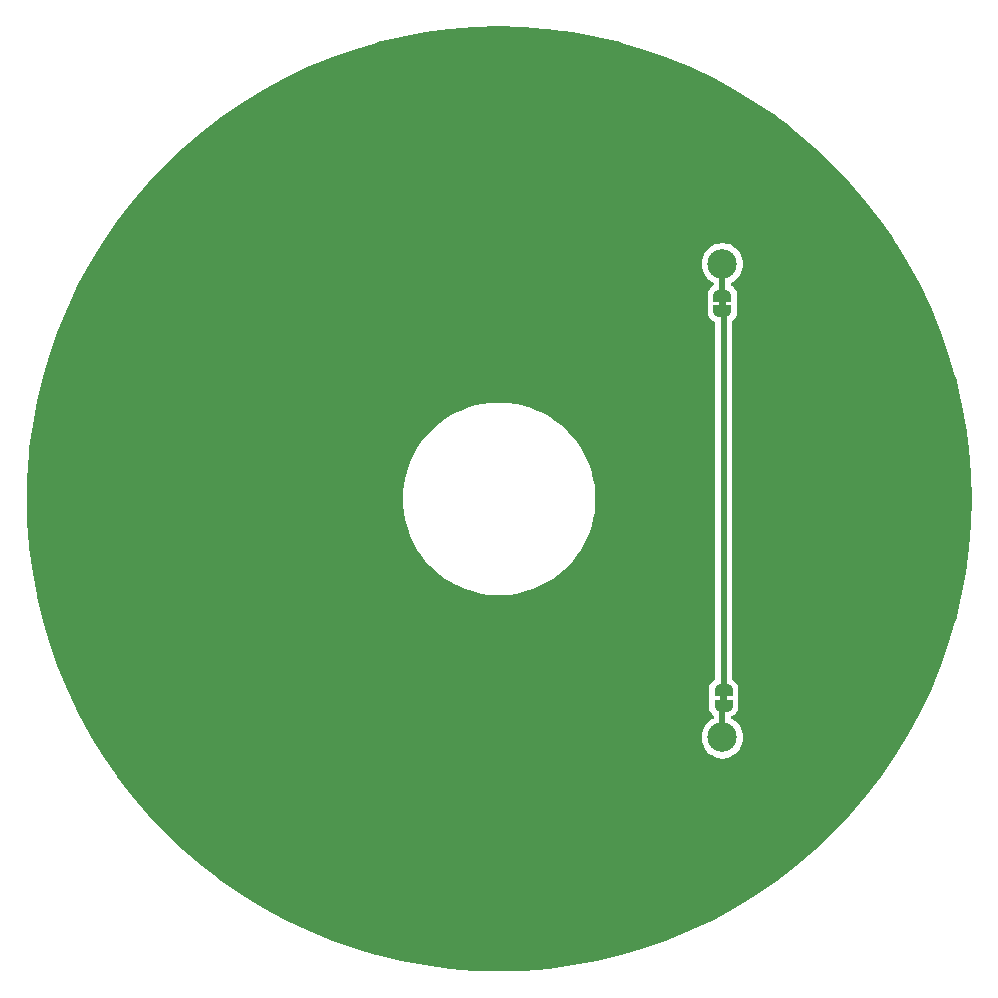
<source format=gbr>
%TF.GenerationSoftware,KiCad,Pcbnew,7.0.5.1-1-g8f565ef7f0-dirty-deb11*%
%TF.CreationDate,2023-07-01T18:37:16+00:00*%
%TF.ProjectId,USTTHUNDERMILLPCB03,55535454-4855-44e4-9445-524d494c4c50,rev?*%
%TF.SameCoordinates,Original*%
%TF.FileFunction,Copper,L2,Bot*%
%TF.FilePolarity,Positive*%
%FSLAX46Y46*%
G04 Gerber Fmt 4.6, Leading zero omitted, Abs format (unit mm)*
G04 Created by KiCad (PCBNEW 7.0.5.1-1-g8f565ef7f0-dirty-deb11) date 2023-07-01 18:37:16*
%MOMM*%
%LPD*%
G01*
G04 APERTURE LIST*
G04 Aperture macros list*
%AMFreePoly0*
4,1,19,0.500000,-0.750000,0.000000,-0.750000,0.000000,-0.744911,-0.071157,-0.744911,-0.207708,-0.704816,-0.327430,-0.627875,-0.420627,-0.520320,-0.479746,-0.390866,-0.500000,-0.250000,-0.500000,0.250000,-0.479746,0.390866,-0.420627,0.520320,-0.327430,0.627875,-0.207708,0.704816,-0.071157,0.744911,0.000000,0.744911,0.000000,0.750000,0.500000,0.750000,0.500000,-0.750000,0.500000,-0.750000,
$1*%
%AMFreePoly1*
4,1,19,0.000000,0.744911,0.071157,0.744911,0.207708,0.704816,0.327430,0.627875,0.420627,0.520320,0.479746,0.390866,0.500000,0.250000,0.500000,-0.250000,0.479746,-0.390866,0.420627,-0.520320,0.327430,-0.627875,0.207708,-0.704816,0.071157,-0.744911,0.000000,-0.744911,0.000000,-0.750000,-0.500000,-0.750000,-0.500000,0.750000,0.000000,0.750000,0.000000,0.744911,0.000000,0.744911,
$1*%
G04 Aperture macros list end*
%TA.AperFunction,ComponentPad*%
%ADD10C,3.000000*%
%TD*%
%TA.AperFunction,SMDPad,CuDef*%
%ADD11FreePoly0,270.000000*%
%TD*%
%TA.AperFunction,SMDPad,CuDef*%
%ADD12FreePoly1,270.000000*%
%TD*%
%TA.AperFunction,SMDPad,CuDef*%
%ADD13C,2.500000*%
%TD*%
%TA.AperFunction,SMDPad,CuDef*%
%ADD14FreePoly0,90.000000*%
%TD*%
%TA.AperFunction,SMDPad,CuDef*%
%ADD15FreePoly1,90.000000*%
%TD*%
%TA.AperFunction,ViaPad*%
%ADD16C,0.800000*%
%TD*%
%TA.AperFunction,Conductor*%
%ADD17C,0.500000*%
%TD*%
G04 APERTURE END LIST*
%TA.AperFunction,EtchedComponent*%
%TO.C,JP1*%
G36*
X19200000Y16300000D02*
G01*
X18600000Y16300000D01*
X18600000Y16800000D01*
X19200000Y16800000D01*
X19200000Y16300000D01*
G37*
%TD.AperFunction*%
%TA.AperFunction,EtchedComponent*%
%TO.C,JP2*%
G36*
X19300000Y-17100000D02*
G01*
X18700000Y-17100000D01*
X18700000Y-16600000D01*
X19300000Y-16600000D01*
X19300000Y-17100000D01*
G37*
%TD.AperFunction*%
%TD*%
D10*
%TO.P,M2,1*%
%TO.N,GND*%
X-5500000Y9526279D03*
%TD*%
%TO.P,M3,1*%
%TO.N,GND*%
X-5500000Y-9526279D03*
%TD*%
%TO.P,M1,1*%
%TO.N,GND*%
X11000000Y0D03*
%TD*%
D11*
%TO.P,JP1,1,A*%
%TO.N,STATOR_A*%
X18900000Y17200000D03*
D12*
%TO.P,JP1,2,B*%
%TO.N,Net-(JP1-B)*%
X18900000Y15900000D03*
%TD*%
D13*
%TO.P,J1,1*%
%TO.N,STATOR_A*%
X18900000Y19900000D03*
%TD*%
D14*
%TO.P,JP2,1,A*%
%TO.N,STATOR_B*%
X19000000Y-17500000D03*
D15*
%TO.P,JP2,2,B*%
%TO.N,Net-(JP1-B)*%
X19000000Y-16200000D03*
%TD*%
D13*
%TO.P,J2,1*%
%TO.N,STATOR_B*%
X18900000Y-20200000D03*
%TD*%
D16*
%TO.N,STATOR_A*%
X18900000Y19100000D03*
%TO.N,STATOR_B*%
X18900000Y-19300000D03*
%TO.N,GND*%
X37051635Y-409465D03*
X-34957193Y-12287634D03*
X-32292389Y-18171210D03*
X-37051635Y409465D03*
X-34677103Y13057177D03*
X-28646398Y-23502663D03*
X-36559840Y-6030705D03*
X-36417634Y6837193D03*
X28646398Y23502663D03*
X31882925Y-18880424D03*
X34957193Y12287634D03*
X-31882925Y18880424D03*
X28120000Y-24130000D03*
X36417634Y-6837193D03*
X-28120000Y24130000D03*
X36559840Y6030705D03*
X34677103Y-13057177D03*
X32292389Y18171210D03*
%TD*%
D17*
%TO.N,STATOR_A*%
X18900000Y17200000D02*
X18900000Y19100000D01*
X18900000Y19100000D02*
X18900000Y19900000D01*
%TO.N,STATOR_B*%
X18900000Y-20200000D02*
X18900000Y-17600000D01*
X18900000Y-17600000D02*
X19000000Y-17500000D01*
%TO.N,Net-(JP1-B)*%
X19000000Y15800000D02*
X18900000Y15900000D01*
X19000000Y-16200000D02*
X19000000Y15800000D01*
%TD*%
%TA.AperFunction,Conductor*%
%TO.N,GND*%
G36*
X1962942Y39948113D02*
G01*
X2092099Y39944731D01*
X2094676Y39944597D01*
X3760226Y39813521D01*
X4179784Y39780502D01*
X4182363Y39780231D01*
X4537171Y39733510D01*
X6256062Y39507165D01*
X6258553Y39506770D01*
X8315106Y39125641D01*
X8317620Y39125107D01*
X10351412Y38636817D01*
X10353896Y38636152D01*
X12359352Y38042175D01*
X12361743Y38041398D01*
X14333317Y37343158D01*
X14335674Y37342254D01*
X16268136Y36541822D01*
X16270443Y36540794D01*
X16270462Y36540785D01*
X18158209Y35640406D01*
X18160489Y35639245D01*
X19998612Y34641184D01*
X20000831Y34639903D01*
X21784242Y33547046D01*
X21786374Y33545661D01*
X23484749Y32378410D01*
X23510041Y32361027D01*
X23512129Y32359510D01*
X24251974Y31791779D01*
X25171463Y31086195D01*
X25173470Y31084570D01*
X26763897Y29726253D01*
X26765794Y29724544D01*
X28283014Y28284831D01*
X28284849Y28282996D01*
X29724541Y26765799D01*
X29726252Y26763900D01*
X31084558Y25173486D01*
X31084562Y25173481D01*
X31086192Y25171468D01*
X32359510Y23512132D01*
X32361034Y23510033D01*
X33219725Y22260617D01*
X33545639Y21786404D01*
X33545644Y21786398D01*
X33547047Y21784238D01*
X33770109Y21420228D01*
X34639887Y20000854D01*
X34641182Y19998611D01*
X35639238Y18160515D01*
X35640415Y18158204D01*
X36540791Y16270455D01*
X36541830Y16268121D01*
X37342232Y14335730D01*
X37343160Y14333312D01*
X38041387Y12361769D01*
X38042189Y12359301D01*
X38636152Y10353902D01*
X38636822Y10351400D01*
X39125105Y8317637D01*
X39125644Y8315101D01*
X39357717Y7062848D01*
X39476501Y6421894D01*
X39506765Y6258594D01*
X39507171Y6256036D01*
X39780232Y4182366D01*
X39780503Y4179787D01*
X39944604Y2094690D01*
X39944739Y2092101D01*
X39999466Y1297D01*
X39999466Y-1294D01*
X39944724Y-2092109D01*
X39944589Y-2094697D01*
X39780503Y-4179792D01*
X39780232Y-4182371D01*
X39507166Y-6256018D01*
X39506760Y-6258576D01*
X39125640Y-8315119D01*
X39125101Y-8317655D01*
X38636813Y-10351410D01*
X38636143Y-10353912D01*
X38042191Y-12359301D01*
X38041389Y-12361769D01*
X37343158Y-14333326D01*
X37342230Y-14335745D01*
X36541837Y-16268091D01*
X36540783Y-16270459D01*
X35640403Y-18158216D01*
X35639226Y-18160527D01*
X34641182Y-19998617D01*
X34639887Y-20000860D01*
X33547056Y-21784227D01*
X33545644Y-21786401D01*
X32361034Y-23510035D01*
X32359510Y-23512134D01*
X31086192Y-25171470D01*
X31084562Y-25173483D01*
X30138096Y-26281682D01*
X29726291Y-26763859D01*
X29726266Y-26763888D01*
X29724532Y-26765813D01*
X28284840Y-28283013D01*
X28283005Y-28284848D01*
X26765784Y-29724559D01*
X26763859Y-29726293D01*
X25173475Y-31084569D01*
X25171463Y-31086199D01*
X23512130Y-32359508D01*
X23510033Y-32361032D01*
X21786385Y-33545657D01*
X21784211Y-33547069D01*
X20000836Y-34639905D01*
X19998593Y-34641200D01*
X18160512Y-35639238D01*
X18158201Y-35640415D01*
X16270476Y-36540788D01*
X16268108Y-36541843D01*
X14335689Y-37342247D01*
X14333271Y-37343175D01*
X12789183Y-37890022D01*
X12361760Y-38041396D01*
X12359303Y-38042194D01*
X10353899Y-38636159D01*
X10351397Y-38636829D01*
X8317626Y-39125106D01*
X8315090Y-39125645D01*
X6258584Y-39506773D01*
X6256025Y-39507179D01*
X4182363Y-39780232D01*
X4179784Y-39780503D01*
X2094687Y-39944604D01*
X2092098Y-39944739D01*
X1295Y-39999466D01*
X-1296Y-39999466D01*
X-2092108Y-39944724D01*
X-2094696Y-39944589D01*
X-4179791Y-39780503D01*
X-4182370Y-39780232D01*
X-6256021Y-39507166D01*
X-6258578Y-39506760D01*
X-8315122Y-39125640D01*
X-8317658Y-39125101D01*
X-10351413Y-38636813D01*
X-10353915Y-38636143D01*
X-10448743Y-38608057D01*
X-12359335Y-38042181D01*
X-12361778Y-38041387D01*
X-14333318Y-37343160D01*
X-14335710Y-37342242D01*
X-16268095Y-36541836D01*
X-16270461Y-36540783D01*
X-18158219Y-35640403D01*
X-18160520Y-35639231D01*
X-19998615Y-34641183D01*
X-20000852Y-34639892D01*
X-21783869Y-33547277D01*
X-21784244Y-33547047D01*
X-21786394Y-33545650D01*
X-22260861Y-33219562D01*
X-23510038Y-32361034D01*
X-23512137Y-32359510D01*
X-23512140Y-32359508D01*
X-23806622Y-32133532D01*
X-25171473Y-31086192D01*
X-25173486Y-31084562D01*
X-26763917Y-29726242D01*
X-26765805Y-29724541D01*
X-28283002Y-28284849D01*
X-28284837Y-28283014D01*
X-29724560Y-26765784D01*
X-29726269Y-26763887D01*
X-31084575Y-25173470D01*
X-31086200Y-25171463D01*
X-32359509Y-23512139D01*
X-32359513Y-23512134D01*
X-32359516Y-23512129D01*
X-32361033Y-23510041D01*
X-32377915Y-23485478D01*
X-33545672Y-21786366D01*
X-33547057Y-21784234D01*
X-34517861Y-20200002D01*
X17144592Y-20200002D01*
X17164197Y-20461625D01*
X17164198Y-20461631D01*
X17222580Y-20717419D01*
X17318429Y-20961636D01*
X17318438Y-20961655D01*
X17449610Y-21188851D01*
X17449620Y-21188865D01*
X17613185Y-21393970D01*
X17613196Y-21393982D01*
X17805514Y-21572427D01*
X17805516Y-21572428D01*
X17805521Y-21572433D01*
X18022296Y-21720228D01*
X18258677Y-21834063D01*
X18503542Y-21909593D01*
X18509088Y-21911674D01*
X18620197Y-21961144D01*
X18805354Y-22000500D01*
X18805357Y-22000500D01*
X18994643Y-22000500D01*
X18994646Y-22000500D01*
X19179803Y-21961144D01*
X19290929Y-21911665D01*
X19296442Y-21909597D01*
X19541323Y-21834063D01*
X19777704Y-21720228D01*
X19994479Y-21572433D01*
X20186805Y-21393981D01*
X20350386Y-21188857D01*
X20481568Y-20961643D01*
X20577420Y-20717416D01*
X20635802Y-20461630D01*
X20655408Y-20200000D01*
X20635802Y-19938370D01*
X20577420Y-19682584D01*
X20577419Y-19682583D01*
X20577419Y-19682580D01*
X20481570Y-19438363D01*
X20481568Y-19438357D01*
X20481563Y-19438348D01*
X20481561Y-19438344D01*
X20350389Y-19211148D01*
X20350388Y-19211147D01*
X20350386Y-19211143D01*
X20350379Y-19211134D01*
X20186814Y-19006029D01*
X20186803Y-19006017D01*
X19994485Y-18827572D01*
X19994482Y-18827570D01*
X19994479Y-18827567D01*
X19777704Y-18679772D01*
X19750355Y-18666601D01*
X19706544Y-18645502D01*
X19662320Y-18603218D01*
X19650500Y-18556307D01*
X19650500Y-18486274D01*
X19669407Y-18428083D01*
X19708372Y-18396221D01*
X19733155Y-18384904D01*
X19854226Y-18307097D01*
X19962887Y-18212943D01*
X19962890Y-18212940D01*
X20057139Y-18104170D01*
X20134871Y-17983216D01*
X20194658Y-17852300D01*
X20235165Y-17714345D01*
X20245405Y-17643117D01*
X20255647Y-17571894D01*
X20255647Y-17000001D01*
X20255647Y-17000000D01*
X20250500Y-16928039D01*
X20238013Y-16885512D01*
X20235010Y-16843529D01*
X20235163Y-16842459D01*
X20235165Y-16842457D01*
X20247441Y-16757068D01*
X20255647Y-16700004D01*
X20255647Y-16128105D01*
X20243357Y-16042637D01*
X20235165Y-15985655D01*
X20194658Y-15847700D01*
X20134871Y-15716784D01*
X20134865Y-15716774D01*
X20057144Y-15595837D01*
X20057141Y-15595833D01*
X20057140Y-15595832D01*
X20057139Y-15595830D01*
X20057136Y-15595826D01*
X19994354Y-15523372D01*
X19962891Y-15487061D01*
X19962881Y-15487051D01*
X19854237Y-15392912D01*
X19854233Y-15392909D01*
X19854226Y-15392903D01*
X19795975Y-15355467D01*
X19757245Y-15308101D01*
X19750500Y-15272184D01*
X19750500Y15044462D01*
X19769407Y15102653D01*
X19784669Y15119282D01*
X19862887Y15187057D01*
X19862890Y15187060D01*
X19957139Y15295830D01*
X20034871Y15416784D01*
X20094658Y15547700D01*
X20135165Y15685655D01*
X20145405Y15756884D01*
X20155647Y15828106D01*
X20155647Y16399999D01*
X20155647Y16400000D01*
X20150500Y16471961D01*
X20138013Y16514488D01*
X20135010Y16556471D01*
X20135163Y16557541D01*
X20135165Y16557543D01*
X20147441Y16642932D01*
X20155647Y16699996D01*
X20155647Y17271895D01*
X20143357Y17357363D01*
X20135165Y17414345D01*
X20094658Y17552300D01*
X20034871Y17683216D01*
X20034865Y17683226D01*
X19957144Y17804163D01*
X19957141Y17804167D01*
X19957140Y17804168D01*
X19957139Y17804170D01*
X19957136Y17804174D01*
X19894354Y17876628D01*
X19862891Y17912939D01*
X19862881Y17912949D01*
X19754237Y18007088D01*
X19754233Y18007091D01*
X19754226Y18007097D01*
X19695975Y18044533D01*
X19657245Y18091899D01*
X19650500Y18127816D01*
X19650500Y18256309D01*
X19669407Y18314500D01*
X19706543Y18345503D01*
X19777704Y18379772D01*
X19994479Y18527567D01*
X20186805Y18706019D01*
X20350386Y18911143D01*
X20481568Y19138357D01*
X20577420Y19382584D01*
X20635802Y19638370D01*
X20655408Y19900000D01*
X20647900Y20000183D01*
X20635802Y20161626D01*
X20635802Y20161630D01*
X20577420Y20417416D01*
X20577419Y20417417D01*
X20577419Y20417420D01*
X20481570Y20661637D01*
X20481568Y20661643D01*
X20481563Y20661652D01*
X20481561Y20661656D01*
X20350389Y20888852D01*
X20350388Y20888853D01*
X20350386Y20888857D01*
X20350379Y20888866D01*
X20186814Y21093971D01*
X20186803Y21093983D01*
X19994485Y21272428D01*
X19994482Y21272430D01*
X19994479Y21272433D01*
X19777704Y21420228D01*
X19777696Y21420232D01*
X19541325Y21534063D01*
X19290619Y21611395D01*
X19290616Y21611396D01*
X19290615Y21611396D01*
X19290610Y21611397D01*
X19290609Y21611397D01*
X19031185Y21650500D01*
X19031182Y21650500D01*
X18768818Y21650500D01*
X18768814Y21650500D01*
X18509390Y21611397D01*
X18509380Y21611395D01*
X18258674Y21534063D01*
X18022303Y21420232D01*
X18022299Y21420230D01*
X18022296Y21420228D01*
X17805521Y21272433D01*
X17805514Y21272428D01*
X17613196Y21093983D01*
X17613185Y21093971D01*
X17449620Y20888866D01*
X17449610Y20888852D01*
X17318438Y20661656D01*
X17318429Y20661637D01*
X17222580Y20417420D01*
X17164198Y20161632D01*
X17164197Y20161626D01*
X17144592Y19900003D01*
X17144592Y19899998D01*
X17164197Y19638375D01*
X17164198Y19638369D01*
X17222580Y19382581D01*
X17318429Y19138364D01*
X17318438Y19138345D01*
X17449610Y18911149D01*
X17449620Y18911135D01*
X17613185Y18706030D01*
X17613196Y18706018D01*
X17805514Y18527573D01*
X17805516Y18527572D01*
X17805521Y18527567D01*
X18022296Y18379772D01*
X18093455Y18345504D01*
X18137678Y18303223D01*
X18149500Y18256309D01*
X18149500Y18127816D01*
X18130593Y18069625D01*
X18104024Y18044533D01*
X18045774Y18007097D01*
X18045772Y18007096D01*
X18045773Y18007096D01*
X18045770Y18007095D01*
X17937117Y17912947D01*
X17937104Y17912934D01*
X17937093Y17912922D01*
X17842864Y17804175D01*
X17842855Y17804163D01*
X17765134Y17683226D01*
X17765130Y17683219D01*
X17705340Y17552295D01*
X17664835Y17414347D01*
X17664834Y17414341D01*
X17644353Y17271895D01*
X17644353Y16700002D01*
X17649500Y16628040D01*
X17649502Y16628031D01*
X17661986Y16585511D01*
X17664988Y16543532D01*
X17644353Y16400006D01*
X17644353Y15828106D01*
X17664834Y15685660D01*
X17664835Y15685655D01*
X17705342Y15547700D01*
X17765129Y15416784D01*
X17765130Y15416782D01*
X17765134Y15416775D01*
X17842855Y15295838D01*
X17842858Y15295834D01*
X17842861Y15295830D01*
X17842864Y15295826D01*
X17897778Y15232452D01*
X17937108Y15187062D01*
X17937118Y15187052D01*
X18045768Y15092907D01*
X18045781Y15092898D01*
X18166835Y15015102D01*
X18166837Y15015101D01*
X18166845Y15015096D01*
X18191626Y15003779D01*
X18236703Y14962410D01*
X18249500Y14913726D01*
X18249500Y-15272184D01*
X18230593Y-15330375D01*
X18204024Y-15355467D01*
X18145774Y-15392903D01*
X18145772Y-15392904D01*
X18145773Y-15392904D01*
X18145770Y-15392905D01*
X18037117Y-15487053D01*
X18037104Y-15487066D01*
X18037093Y-15487078D01*
X17942864Y-15595825D01*
X17942855Y-15595837D01*
X17865134Y-15716774D01*
X17865130Y-15716781D01*
X17805340Y-15847705D01*
X17764835Y-15985653D01*
X17764834Y-15985659D01*
X17744353Y-16128105D01*
X17744353Y-16699998D01*
X17749500Y-16771960D01*
X17749502Y-16771969D01*
X17761986Y-16814489D01*
X17764988Y-16856468D01*
X17744353Y-16999994D01*
X17744353Y-17571894D01*
X17764834Y-17714340D01*
X17764835Y-17714345D01*
X17805342Y-17852300D01*
X17865129Y-17983216D01*
X17865130Y-17983218D01*
X17865134Y-17983225D01*
X17942855Y-18104162D01*
X17942858Y-18104166D01*
X17942861Y-18104170D01*
X17942864Y-18104174D01*
X17991162Y-18159913D01*
X18037108Y-18212938D01*
X18037118Y-18212948D01*
X18115331Y-18280719D01*
X18146927Y-18333114D01*
X18149500Y-18355538D01*
X18149500Y-18556307D01*
X18130593Y-18614498D01*
X18093456Y-18645502D01*
X18022298Y-18679771D01*
X18022296Y-18679772D01*
X17805521Y-18827567D01*
X17805514Y-18827572D01*
X17613196Y-19006017D01*
X17613185Y-19006029D01*
X17449620Y-19211134D01*
X17449610Y-19211148D01*
X17318438Y-19438344D01*
X17318429Y-19438363D01*
X17222580Y-19682580D01*
X17164198Y-19938368D01*
X17164197Y-19938374D01*
X17144592Y-20199997D01*
X17144592Y-20200002D01*
X-34517861Y-20200002D01*
X-34639909Y-20000835D01*
X-34641192Y-19998612D01*
X-35639250Y-18160496D01*
X-35640414Y-18158209D01*
X-35999171Y-17406035D01*
X-36540802Y-16270443D01*
X-36541830Y-16268136D01*
X-37342255Y-14335691D01*
X-37343162Y-14333326D01*
X-38041405Y-12361743D01*
X-38042182Y-12359352D01*
X-38636159Y-10353896D01*
X-38636827Y-10351401D01*
X-39125112Y-8317630D01*
X-39125651Y-8315094D01*
X-39156154Y-8150500D01*
X-39506778Y-6258553D01*
X-39507173Y-6256062D01*
X-39780238Y-4182363D01*
X-39780509Y-4179784D01*
X-39890095Y-2787293D01*
X-39944604Y-2094663D01*
X-39944738Y-2092088D01*
X-39955149Y-1694376D01*
X-39999468Y-1259D01*
X-39999468Y1D01*
X-8155468Y1D01*
X-8135602Y-568898D01*
X-8076100Y-1135025D01*
X-7977255Y-1695599D01*
X-7977247Y-1695634D01*
X-7839541Y-2247948D01*
X-7663630Y-2789345D01*
X-7450395Y-3317119D01*
X-7200846Y-3828770D01*
X-7200842Y-3828777D01*
X-6916238Y-4321725D01*
X-6916232Y-4321736D01*
X-6916229Y-4321740D01*
X-6597912Y-4793664D01*
X-6597910Y-4793666D01*
X-6247443Y-5242244D01*
X-6247438Y-5242249D01*
X-5866560Y-5665257D01*
X-5866558Y-5665259D01*
X-5866553Y-5665264D01*
X-5457073Y-6060694D01*
X-5026611Y-6421894D01*
X-5021002Y-6426600D01*
X-4866369Y-6538947D01*
X-4560480Y-6761189D01*
X-4086005Y-7057674D01*
X-4077726Y-7062847D01*
X-3648131Y-7291266D01*
X-3575122Y-7330086D01*
X-3055092Y-7561618D01*
X-2520178Y-7756311D01*
X-1972986Y-7913216D01*
X-1416182Y-8031568D01*
X-852479Y-8110791D01*
X-284622Y-8150500D01*
X-284614Y-8150500D01*
X284614Y-8150500D01*
X284622Y-8150500D01*
X852479Y-8110791D01*
X1416182Y-8031568D01*
X1972986Y-7913216D01*
X2520178Y-7756311D01*
X3055092Y-7561618D01*
X3575122Y-7330086D01*
X4077734Y-7062842D01*
X4560480Y-6761189D01*
X5021007Y-6426596D01*
X5457073Y-6060694D01*
X5866553Y-5665264D01*
X6247451Y-5242234D01*
X6597912Y-4793664D01*
X6916229Y-4321740D01*
X7200851Y-3828760D01*
X7450391Y-3317128D01*
X7663633Y-2789334D01*
X7839539Y-2247952D01*
X7977251Y-1695617D01*
X8076100Y-1135022D01*
X8135602Y-568897D01*
X8155468Y0D01*
X8135602Y568897D01*
X8076100Y1135022D01*
X7977251Y1695617D01*
X7878080Y2093373D01*
X7839540Y2247949D01*
X7663629Y2789346D01*
X7450394Y3317120D01*
X7450391Y3317128D01*
X7200851Y3828760D01*
X6916229Y4321740D01*
X6597912Y4793664D01*
X6247451Y5242234D01*
X6247447Y5242238D01*
X6247442Y5242245D01*
X6247437Y5242250D01*
X5866559Y5665258D01*
X5866557Y5665260D01*
X5457070Y6060697D01*
X5021001Y6426601D01*
X4751237Y6622596D01*
X4560480Y6761189D01*
X4086005Y7057674D01*
X4077725Y7062848D01*
X3575117Y7330089D01*
X3055090Y7561619D01*
X2520173Y7756313D01*
X2081306Y7882156D01*
X1972986Y7913216D01*
X1416182Y8031568D01*
X852479Y8110791D01*
X284622Y8150500D01*
X-284622Y8150500D01*
X-852479Y8110791D01*
X-1416182Y8031568D01*
X-1972986Y7913216D01*
X-1972989Y7913216D01*
X-1972990Y7913215D01*
X-2520174Y7756313D01*
X-3055091Y7561619D01*
X-3575118Y7330089D01*
X-4077726Y7062848D01*
X-4560479Y6761190D01*
X-5021002Y6426601D01*
X-5457071Y6060697D01*
X-5866558Y5665260D01*
X-5866560Y5665258D01*
X-6247438Y5242250D01*
X-6247443Y5242245D01*
X-6597910Y4793667D01*
X-6916232Y4321737D01*
X-6916238Y4321726D01*
X-7200842Y3828778D01*
X-7200846Y3828771D01*
X-7450395Y3317120D01*
X-7663630Y2789346D01*
X-7839541Y2247949D01*
X-7977247Y1695635D01*
X-7977255Y1695600D01*
X-8076100Y1135026D01*
X-8135602Y568899D01*
X-8155468Y1D01*
X-39999468Y1D01*
X-39999468Y1262D01*
X-39944738Y2092105D01*
X-39944603Y2094694D01*
X-39932541Y2247952D01*
X-39780509Y4179792D01*
X-39780238Y4182370D01*
X-39699743Y4793664D01*
X-39507172Y6256079D01*
X-39506779Y6258558D01*
X-39125647Y8315124D01*
X-39125116Y8317622D01*
X-38636822Y10351433D01*
X-38636157Y10353914D01*
X-38042179Y12359375D01*
X-38041409Y12361743D01*
X-37343162Y14333337D01*
X-37342267Y14335668D01*
X-36541824Y16268159D01*
X-36540809Y16270438D01*
X-35640410Y18158229D01*
X-35639258Y18160491D01*
X-34641179Y19998636D01*
X-34639915Y20000827D01*
X-33547037Y21784271D01*
X-33545675Y21786368D01*
X-32361023Y23510061D01*
X-32359532Y23512113D01*
X-31086192Y25171480D01*
X-31084587Y25173462D01*
X-29726239Y26763926D01*
X-29724569Y26765781D01*
X-28284813Y28283042D01*
X-28283019Y28284836D01*
X-26765778Y29724572D01*
X-26763923Y29726242D01*
X-25173434Y31084611D01*
X-25171502Y31086175D01*
X-23512107Y32359538D01*
X-23510077Y32361013D01*
X-21786373Y33545673D01*
X-21784276Y33547035D01*
X-20000831Y34639914D01*
X-19998641Y34641178D01*
X-18160475Y35639264D01*
X-18158230Y35640406D01*
X-16270457Y36540798D01*
X-16268158Y36541822D01*
X-14335670Y37342264D01*
X-14333339Y37343159D01*
X-12361731Y38041411D01*
X-12359363Y38042181D01*
X-10353885Y38636163D01*
X-10351421Y38636823D01*
X-8317619Y39125116D01*
X-8315121Y39125647D01*
X-6258554Y39506779D01*
X-6256075Y39507172D01*
X-4286475Y39766530D01*
X-4182366Y39780238D01*
X-4179787Y39780509D01*
X-4168707Y39781381D01*
X-2094675Y39944604D01*
X-2092102Y39944738D01*
X-2028737Y39946397D01*
X-1262Y39999468D01*
X1260Y39999468D01*
X1962942Y39948113D01*
G37*
%TD.AperFunction*%
%TD*%
M02*

</source>
